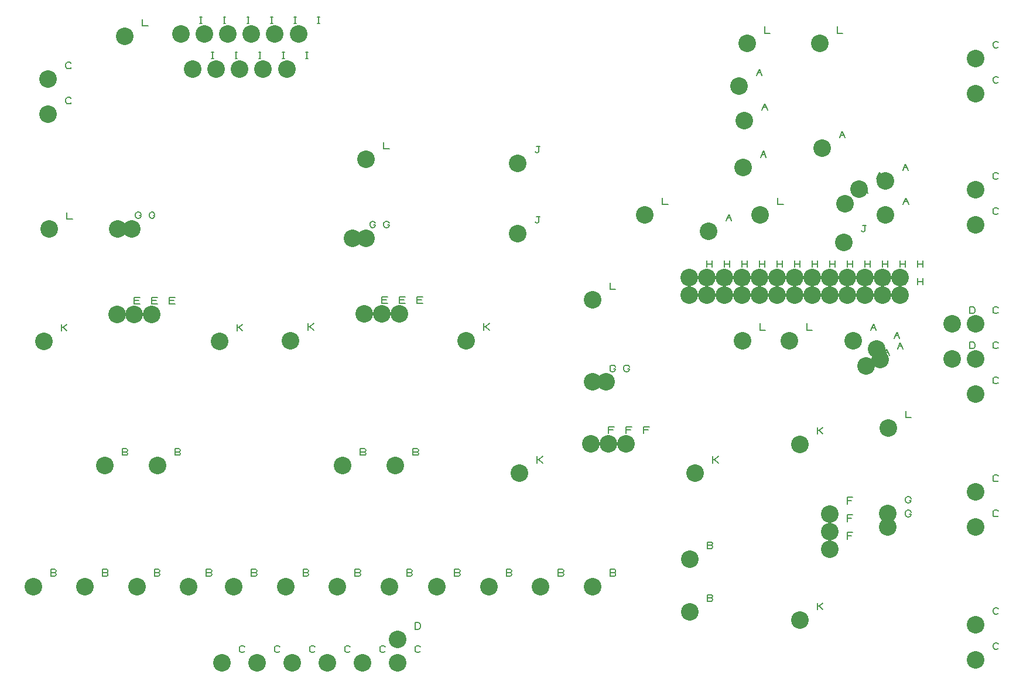
<source format=gbr>
%FSLAX23Y23*%
%MOIN*%
G04 EasyPC Gerber Version 17.0 Build 3379 *
%ADD80C,0.00500*%
%ADD127C,0.10000*%
X0Y0D02*
D02*
D80*
X360Y793D02*
X366Y789D01*
X369Y783*
X366Y777*
X360Y774*
X338*
Y811*
X360*
X366Y808*
X369Y802*
X366Y796*
X360Y793*
X338*
X399Y2169D02*
Y2207D01*
Y2188D02*
X408D01*
X430Y2207*
X408Y2188D02*
X430Y2169D01*
X454Y3468D02*
X451Y3464D01*
X444Y3461*
X435*
X429Y3464*
X426Y3468*
X422Y3474*
Y3486*
X426Y3493*
X429Y3496*
X435Y3499*
X444*
X451Y3496*
X454Y3493*
Y3668D02*
X451Y3664D01*
X444Y3661*
X435*
X429Y3664*
X426Y3668*
X422Y3674*
Y3686*
X426Y3693*
X429Y3696*
X435Y3699*
X444*
X451Y3696*
X454Y3693*
X430Y2844D02*
Y2807D01*
X462*
X655Y793D02*
X661Y789D01*
X664Y783*
X661Y777*
X655Y774*
X633*
Y811*
X655*
X661Y808*
X664Y802*
X661Y796*
X655Y793*
X633*
X767Y1479D02*
X773Y1476D01*
X776Y1470*
X773Y1464*
X767Y1461*
X745*
Y1498*
X767*
X773Y1495*
X776Y1489*
X773Y1482*
X767Y1479*
X745*
X814Y2323D02*
Y2360D01*
X846*
X839Y2341D02*
X814D01*
Y2323D02*
X846D01*
X842Y2825D02*
X851D01*
Y2821*
X848Y2815*
X845Y2812*
X839Y2809*
X833*
X826Y2812*
X823Y2815*
X820Y2821*
Y2834*
X823Y2840*
X826Y2843*
X833Y2846*
X839*
X845Y2843*
X848Y2840*
X851Y2834*
X859Y3943D02*
Y3905D01*
X891*
X921Y2825D02*
X930D01*
Y2821*
X927Y2815*
X924Y2812*
X918Y2809*
X911*
X905Y2812*
X902Y2815*
X899Y2821*
Y2834*
X902Y2840*
X905Y2843*
X911Y2846*
X918*
X924Y2843*
X927Y2840*
X930Y2834*
X914Y2323D02*
Y2360D01*
X946*
X939Y2341D02*
X914D01*
Y2323D02*
X946D01*
X950Y793D02*
X956Y789D01*
X960Y783*
X956Y777*
X950Y774*
X928*
Y811*
X950*
X956Y808*
X960Y802*
X956Y796*
X950Y793*
X928*
X1014Y2323D02*
Y2360D01*
X1046*
X1040Y2341D02*
X1014D01*
Y2323D02*
X1046D01*
X1067Y1479D02*
X1073Y1476D01*
X1076Y1470*
X1073Y1464*
X1067Y1461*
X1045*
Y1498*
X1067*
X1073Y1495*
X1076Y1489*
X1073Y1482*
X1067Y1479*
X1045*
X1187Y3919D02*
X1199D01*
X1193D02*
Y3956D01*
X1187D02*
X1199D01*
X1245Y793D02*
X1252Y789D01*
X1255Y783*
X1252Y777*
X1245Y774*
X1224*
Y811*
X1245*
X1252Y808*
X1255Y802*
X1252Y796*
X1245Y793*
X1224*
X1254Y3719D02*
X1266D01*
X1260D02*
Y3756D01*
X1254D02*
X1266D01*
X1321Y3919D02*
X1333D01*
X1327D02*
Y3956D01*
X1321D02*
X1333D01*
X1388Y3719D02*
X1400D01*
X1394D02*
Y3756D01*
X1388D02*
X1400D01*
X1399Y2169D02*
Y2207D01*
Y2188D02*
X1408D01*
X1430Y2207*
X1408Y2188D02*
X1430Y2169D01*
X1442Y345D02*
X1439Y342D01*
X1432Y338*
X1423*
X1417Y342*
X1414Y345*
X1411Y351*
Y363*
X1414Y370*
X1417Y373*
X1423Y376*
X1432*
X1439Y373*
X1442Y370*
X1455Y3919D02*
X1467D01*
X1461D02*
Y3956D01*
X1455D02*
X1467D01*
X1501Y793D02*
X1508Y789D01*
X1511Y783*
X1508Y777*
X1501Y774*
X1479*
Y811*
X1501*
X1508Y808*
X1511Y802*
X1508Y796*
X1501Y793*
X1479*
X1522Y3719D02*
X1534D01*
X1528D02*
Y3756D01*
X1522D02*
X1534D01*
X1589Y3919D02*
X1601D01*
X1595D02*
Y3956D01*
X1589D02*
X1601D01*
X1642Y345D02*
X1639Y342D01*
X1632Y338*
X1623*
X1617Y342*
X1614Y345*
X1611Y351*
Y363*
X1614Y370*
X1617Y373*
X1623Y376*
X1632*
X1639Y373*
X1642Y370*
X1656Y3719D02*
X1668D01*
X1662D02*
Y3756D01*
X1656D02*
X1668D01*
X1723Y3919D02*
X1735D01*
X1729D02*
Y3956D01*
X1723D02*
X1735D01*
X1797Y793D02*
X1803Y789D01*
X1806Y783*
X1803Y777*
X1797Y774*
X1775*
Y811*
X1797*
X1803Y808*
X1806Y802*
X1803Y796*
X1797Y793*
X1775*
X1790Y3719D02*
X1802D01*
X1796D02*
Y3756D01*
X1790D02*
X1802D01*
X1804Y2173D02*
Y2211D01*
Y2192D02*
X1814D01*
X1836Y2211*
X1814Y2192D02*
X1836Y2173D01*
X1842Y345D02*
X1839Y342D01*
X1832Y338*
X1823*
X1817Y342*
X1814Y345*
X1811Y351*
Y363*
X1814Y370*
X1817Y373*
X1823Y376*
X1832*
X1839Y373*
X1842Y370*
X1857Y3919D02*
X1869D01*
X1863D02*
Y3956D01*
X1857D02*
X1869D01*
X2042Y345D02*
X2039Y342D01*
X2032Y338*
X2023*
X2017Y342*
X2014Y345*
X2011Y351*
Y363*
X2014Y370*
X2017Y373*
X2023Y376*
X2032*
X2039Y373*
X2042Y370*
X2092Y793D02*
X2098Y789D01*
X2101Y783*
X2098Y777*
X2092Y774*
X2070*
Y811*
X2092*
X2098Y808*
X2101Y802*
X2098Y796*
X2092Y793*
X2070*
X2121Y1479D02*
X2128Y1476D01*
X2131Y1470*
X2128Y1464*
X2121Y1461*
X2100*
Y1498*
X2121*
X2128Y1495*
X2131Y1489*
X2128Y1482*
X2121Y1479*
X2100*
X2177Y2771D02*
X2186D01*
Y2768*
X2183Y2762*
X2180Y2759*
X2173Y2756*
X2167*
X2161Y2759*
X2158Y2762*
X2155Y2768*
Y2781*
X2158Y2787*
X2161Y2790*
X2167Y2793*
X2173*
X2180Y2790*
X2183Y2787*
X2186Y2781*
X2242Y345D02*
X2239Y342D01*
X2232Y338*
X2223*
X2217Y342*
X2214Y345*
X2211Y351*
Y363*
X2214Y370*
X2217Y373*
X2223Y376*
X2232*
X2239Y373*
X2242Y370*
X2224Y2327D02*
Y2364D01*
X2255*
X2249Y2345D02*
X2224D01*
Y2327D02*
X2255D01*
X2255Y2771D02*
X2265D01*
Y2768*
X2262Y2762*
X2258Y2759*
X2252Y2756*
X2246*
X2240Y2759*
X2237Y2762*
X2233Y2768*
Y2781*
X2237Y2787*
X2240Y2790*
X2246Y2793*
X2252*
X2258Y2790*
X2262Y2787*
X2265Y2781*
X2233Y3242D02*
Y3205D01*
X2265*
X2324Y2327D02*
Y2364D01*
X2355*
X2349Y2345D02*
X2324D01*
Y2327D02*
X2355D01*
X2387Y793D02*
X2393Y789D01*
X2397Y783*
X2393Y777*
X2387Y774*
X2365*
Y811*
X2387*
X2393Y808*
X2397Y802*
X2393Y796*
X2387Y793*
X2365*
X2421Y1479D02*
X2428Y1476D01*
X2431Y1470*
X2428Y1464*
X2421Y1461*
X2400*
Y1498*
X2421*
X2428Y1495*
X2431Y1489*
X2428Y1482*
X2421Y1479*
X2400*
X2442Y345D02*
X2439Y342D01*
X2432Y338*
X2423*
X2417Y342*
X2414Y345*
X2411Y351*
Y363*
X2414Y370*
X2417Y373*
X2423Y376*
X2432*
X2439Y373*
X2442Y370*
X2411Y470D02*
Y508D01*
X2429*
X2436Y505*
X2439Y501*
X2442Y495*
Y483*
X2439Y476*
X2436Y473*
X2429Y470*
X2411*
X2424Y2327D02*
Y2364D01*
X2455*
X2449Y2345D02*
X2424D01*
Y2327D02*
X2455D01*
X2659Y793D02*
X2665Y789D01*
X2668Y783*
X2665Y777*
X2659Y774*
X2637*
Y811*
X2659*
X2665Y808*
X2668Y802*
X2665Y796*
X2659Y793*
X2637*
X2804Y2173D02*
Y2211D01*
Y2192D02*
X2814D01*
X2836Y2211*
X2814Y2192D02*
X2836Y2173D01*
X2954Y793D02*
X2960Y789D01*
X2963Y783*
X2960Y777*
X2954Y774*
X2932*
Y811*
X2954*
X2960Y808*
X2963Y802*
X2960Y796*
X2954Y793*
X2932*
X3097Y2789D02*
X3100Y2786D01*
X3106Y2783*
X3113Y2786*
X3116Y2789*
Y2820*
X3122*
X3116D02*
X3103D01*
X3097Y3189D02*
X3100Y3186D01*
X3106Y3183*
X3113Y3186*
X3116Y3189*
Y3220*
X3122*
X3116D02*
X3103D01*
X3107Y1417D02*
Y1455D01*
Y1436D02*
X3117D01*
X3139Y1455*
X3117Y1436D02*
X3139Y1417D01*
X3249Y793D02*
X3256Y789D01*
X3259Y783*
X3256Y777*
X3249Y774*
X3227*
Y811*
X3249*
X3256Y808*
X3259Y802*
X3256Y796*
X3249Y793*
X3227*
X3514Y1587D02*
Y1624D01*
X3545*
X3539Y1605D02*
X3514D01*
X3543Y1953D02*
X3552D01*
Y1949*
X3549Y1943*
X3546Y1940*
X3540Y1937*
X3533*
X3527Y1940*
X3524Y1943*
X3521Y1949*
Y1962*
X3524Y1968*
X3527Y1971*
X3533Y1974*
X3540*
X3546Y1971*
X3549Y1968*
X3552Y1962*
X3521Y2443D02*
Y2405D01*
X3552*
X3545Y793D02*
X3551Y789D01*
X3554Y783*
X3551Y777*
X3545Y774*
X3523*
Y811*
X3545*
X3551Y808*
X3554Y802*
X3551Y796*
X3545Y793*
X3523*
X3621Y1953D02*
X3631D01*
Y1949*
X3628Y1943*
X3625Y1940*
X3618Y1937*
X3612*
X3606Y1940*
X3603Y1943*
X3600Y1949*
Y1962*
X3603Y1968*
X3606Y1971*
X3612Y1974*
X3618*
X3625Y1971*
X3628Y1968*
X3631Y1962*
X3614Y1587D02*
Y1624D01*
X3645*
X3639Y1605D02*
X3614D01*
X3714Y1587D02*
Y1624D01*
X3745*
X3739Y1605D02*
X3714D01*
X3820Y2927D02*
Y2890D01*
X3851*
X4073Y2431D02*
Y2469D01*
Y2450D02*
X4104D01*
Y2431D02*
Y2469D01*
X4073Y2531D02*
Y2569D01*
Y2550D02*
X4104D01*
Y2531D02*
Y2569D01*
X4098Y649D02*
X4104Y645D01*
X4107Y639*
X4104Y633*
X4098Y630*
X4076*
Y667*
X4098*
X4104Y664*
X4107Y658*
X4104Y652*
X4098Y649*
X4076*
X4098Y949D02*
X4104Y945D01*
X4107Y939*
X4104Y933*
X4098Y930*
X4076*
Y967*
X4098*
X4104Y964*
X4107Y958*
X4104Y952*
X4098Y949*
X4076*
X4107Y1417D02*
Y1455D01*
Y1436D02*
X4117D01*
X4139Y1455*
X4117Y1436D02*
X4139Y1417D01*
X4173Y2431D02*
Y2469D01*
Y2450D02*
X4204D01*
Y2431D02*
Y2469D01*
X4173Y2531D02*
Y2569D01*
Y2550D02*
X4204D01*
Y2531D02*
Y2569D01*
X4183Y2796D02*
X4198Y2834D01*
X4214Y2796*
X4189Y2812D02*
X4208D01*
X4273Y2431D02*
Y2469D01*
Y2450D02*
X4304D01*
Y2431D02*
Y2469D01*
X4273Y2531D02*
Y2569D01*
Y2550D02*
X4304D01*
Y2531D02*
Y2569D01*
X4355Y3622D02*
X4371Y3659D01*
X4387Y3622*
X4362Y3638D02*
X4380D01*
X4373Y2431D02*
Y2469D01*
Y2450D02*
X4404D01*
Y2431D02*
Y2469D01*
X4373Y2531D02*
Y2569D01*
Y2550D02*
X4404D01*
Y2531D02*
Y2569D01*
X4375Y2211D02*
Y2173D01*
X4406*
X4379Y3157D02*
X4395Y3195D01*
X4410Y3157*
X4385Y3173D02*
X4404D01*
X4387Y3425D02*
X4403Y3463D01*
X4418Y3425*
X4393Y3441D02*
X4412D01*
X4403Y3902D02*
Y3864D01*
X4434*
X4473Y2431D02*
Y2469D01*
Y2450D02*
X4504D01*
Y2431D02*
Y2469D01*
X4473Y2531D02*
Y2569D01*
Y2550D02*
X4504D01*
Y2531D02*
Y2569D01*
X4477Y2925D02*
Y2888D01*
X4509*
X4573Y2431D02*
Y2469D01*
Y2450D02*
X4604D01*
Y2431D02*
Y2469D01*
X4573Y2531D02*
Y2569D01*
Y2550D02*
X4604D01*
Y2531D02*
Y2569D01*
X4643Y2211D02*
Y2173D01*
X4674*
X4673Y2431D02*
Y2469D01*
Y2450D02*
X4704D01*
Y2431D02*
Y2469D01*
X4673Y2531D02*
Y2569D01*
Y2550D02*
X4704D01*
Y2531D02*
Y2569D01*
X4702Y583D02*
Y620D01*
Y601D02*
X4711D01*
X4733Y620*
X4711Y601D02*
X4733Y583D01*
X4702Y1583D02*
Y1620D01*
Y1601D02*
X4711D01*
X4733Y1620*
X4711Y1601D02*
X4733Y1583D01*
X4773Y2431D02*
Y2469D01*
Y2450D02*
X4804D01*
Y2431D02*
Y2469D01*
X4773Y2531D02*
Y2569D01*
Y2550D02*
X4804D01*
Y2531D02*
Y2569D01*
X4816Y3902D02*
Y3864D01*
X4847*
X4828Y3268D02*
X4844Y3305D01*
X4859Y3268*
X4834Y3283D02*
X4853D01*
X4871Y984D02*
Y1022D01*
X4902*
X4896Y1003D02*
X4871D01*
Y1084D02*
Y1122D01*
X4902*
X4896Y1103D02*
X4871D01*
Y1184D02*
Y1222D01*
X4902*
X4896Y1203D02*
X4871D01*
X4873Y2431D02*
Y2469D01*
Y2450D02*
X4904D01*
Y2431D02*
Y2469D01*
X4873Y2531D02*
Y2569D01*
Y2550D02*
X4904D01*
Y2531D02*
Y2569D01*
X4954Y2738D02*
X4957Y2735D01*
X4963Y2732*
X4969Y2735*
X4973Y2738*
Y2770*
X4979*
X4973D02*
X4960D01*
X4958Y2953D02*
X4973Y2990D01*
X4989Y2953*
X4964Y2968D02*
X4983D01*
X4973Y2431D02*
Y2469D01*
Y2450D02*
X5004D01*
Y2431D02*
Y2469D01*
X4973Y2531D02*
Y2569D01*
Y2550D02*
X5004D01*
Y2531D02*
Y2569D01*
X5005Y2171D02*
X5021Y2209D01*
X5036Y2171*
X5011Y2187D02*
X5030D01*
X5040Y3035D02*
X5056Y3073D01*
X5072Y3035*
X5047Y3051D02*
X5065D01*
X5073Y2431D02*
Y2469D01*
Y2450D02*
X5104D01*
Y2431D02*
Y2469D01*
X5073Y2531D02*
Y2569D01*
Y2550D02*
X5104D01*
Y2531D02*
Y2569D01*
X5080Y2029D02*
X5095Y2067D01*
X5111Y2029*
X5086Y2045D02*
X5105D01*
X5139Y2127D02*
X5155Y2164D01*
X5170Y2127*
X5145Y2142D02*
X5164D01*
X5159Y2067D02*
X5174Y2104D01*
X5190Y2067*
X5165Y2082D02*
X5184D01*
X5173Y2431D02*
Y2469D01*
Y2450D02*
X5204D01*
Y2431D02*
Y2469D01*
X5173Y2531D02*
Y2569D01*
Y2550D02*
X5204D01*
Y2531D02*
Y2569D01*
X5188Y3083D02*
X5204Y3120D01*
X5219Y3083*
X5194Y3098D02*
X5213D01*
X5190Y2890D02*
X5206Y2927D01*
X5221Y2890*
X5196Y2905D02*
X5215D01*
X5226Y1126D02*
X5235D01*
Y1123*
X5232Y1116*
X5229Y1113*
X5223Y1110*
X5217*
X5210Y1113*
X5207Y1116*
X5204Y1123*
Y1135*
X5207Y1141*
X5210Y1145*
X5217Y1148*
X5223*
X5229Y1145*
X5232Y1141*
X5235Y1135*
X5226Y1204D02*
X5235D01*
Y1201*
X5232Y1195*
X5229Y1192*
X5223Y1189*
X5217*
X5210Y1192*
X5207Y1195*
X5204Y1201*
Y1214*
X5207Y1220*
X5210Y1223*
X5217Y1226*
X5223*
X5229Y1223*
X5232Y1220*
X5235Y1214*
X5206Y1714D02*
Y1676D01*
X5237*
X5273Y2431D02*
Y2469D01*
Y2450D02*
X5304D01*
Y2431D02*
Y2469D01*
X5273Y2531D02*
Y2569D01*
Y2550D02*
X5304D01*
Y2531D02*
Y2569D01*
X5569Y2068D02*
Y2105D01*
X5588*
X5594Y2102*
X5597Y2099*
X5600Y2093*
Y2080*
X5597Y2074*
X5594Y2071*
X5588Y2068*
X5569*
X5569Y2268D02*
Y2305D01*
X5588*
X5594Y2302*
X5597Y2299*
X5600Y2293*
Y2280*
X5597Y2274*
X5594Y2271*
X5588Y2268*
X5569*
X5732Y1117D02*
X5729Y1114D01*
X5723Y1111*
X5713*
X5707Y1114*
X5704Y1117*
X5701Y1123*
Y1136*
X5704Y1142*
X5707Y1145*
X5713Y1148*
X5723*
X5729Y1145*
X5732Y1142*
Y1317D02*
X5729Y1314D01*
X5723Y1311*
X5713*
X5707Y1314*
X5704Y1317*
X5701Y1323*
Y1336*
X5704Y1342*
X5707Y1345*
X5713Y1348*
X5723*
X5729Y1345*
X5732Y1342*
Y1874D02*
X5729Y1871D01*
X5723Y1868*
X5713*
X5707Y1871*
X5704Y1874*
X5701Y1880*
Y1893*
X5704Y1899*
X5707Y1902*
X5713Y1905*
X5723*
X5729Y1902*
X5732Y1899*
Y2074D02*
X5729Y2071D01*
X5723Y2068*
X5713*
X5707Y2071*
X5704Y2074*
X5701Y2080*
Y2093*
X5704Y2099*
X5707Y2102*
X5713Y2105*
X5723*
X5729Y2102*
X5732Y2099*
Y2274D02*
X5729Y2271D01*
X5723Y2268*
X5713*
X5707Y2271*
X5704Y2274*
X5701Y2280*
Y2293*
X5704Y2299*
X5707Y2302*
X5713Y2305*
X5723*
X5729Y2302*
X5732Y2299*
Y2838D02*
X5729Y2835D01*
X5723Y2831*
X5713*
X5707Y2835*
X5704Y2838*
X5701Y2844*
Y2856*
X5704Y2863*
X5707Y2866*
X5713Y2869*
X5723*
X5729Y2866*
X5732Y2863*
Y3038D02*
X5729Y3035D01*
X5723Y3031*
X5713*
X5707Y3035*
X5704Y3038*
X5701Y3044*
Y3056*
X5704Y3063*
X5707Y3066*
X5713Y3069*
X5723*
X5729Y3066*
X5732Y3063*
X5733Y361D02*
X5730Y358D01*
X5724Y355*
X5714*
X5708Y358*
X5705Y361*
X5702Y368*
Y380*
X5705Y386*
X5708Y389*
X5714Y393*
X5724*
X5730Y389*
X5733Y386*
Y561D02*
X5730Y558D01*
X5724Y555*
X5714*
X5708Y558*
X5705Y561*
X5702Y568*
Y580*
X5705Y586*
X5708Y589*
X5714Y593*
X5724*
X5730Y589*
X5733Y586*
Y3586D02*
X5730Y3583D01*
X5724Y3579*
X5714*
X5708Y3583*
X5705Y3586*
X5702Y3592*
Y3604*
X5705Y3611*
X5708Y3614*
X5714Y3617*
X5724*
X5730Y3614*
X5733Y3611*
Y3786D02*
X5730Y3783D01*
X5724Y3779*
X5714*
X5708Y3783*
X5705Y3786*
X5702Y3792*
Y3804*
X5705Y3811*
X5708Y3814*
X5714Y3817*
X5724*
X5730Y3814*
X5733Y3811*
D02*
D127*
X238Y714D03*
X299Y2110D03*
X322Y3402D03*
Y3602D03*
X330Y2748D03*
X533Y714D03*
X645Y1401D03*
X715Y2263D03*
X720Y2750D03*
X759Y3846D03*
X799Y2750D03*
X814Y2263D03*
X828Y714D03*
X914Y2263D03*
X945Y1401D03*
X1078Y3859D03*
X1124Y714D03*
X1145Y3659D03*
X1212Y3859D03*
X1279Y3659D03*
X1299Y2110D03*
X1311Y279D03*
X1346Y3859D03*
X1379Y714D03*
X1413Y3659D03*
X1480Y3859D03*
X1511Y279D03*
X1547Y3659D03*
X1614Y3859D03*
X1675Y714D03*
X1681Y3659D03*
X1704Y2114D03*
X1711Y279D03*
X1748Y3859D03*
X1911Y279D03*
X1970Y714D03*
X2000Y1401D03*
X2055Y2696D03*
X2111Y279D03*
X2124Y2267D03*
X2133Y2696D03*
Y3145D03*
X2224Y2267D03*
X2265Y714D03*
X2300Y1401D03*
X2311Y279D03*
Y411D03*
X2324Y2267D03*
X2537Y714D03*
X2704Y2114D03*
X2832Y714D03*
X2997Y2723D03*
Y3123D03*
X3007Y1358D03*
X3127Y714D03*
X3414Y1527D03*
X3421Y1878D03*
Y2346D03*
X3423Y714D03*
X3500Y1878D03*
X3514Y1527D03*
X3614D03*
X3720Y2830D03*
X3973Y2372D03*
Y2472D03*
X3976Y570D03*
Y870D03*
X4007Y1358D03*
X4073Y2372D03*
Y2472D03*
X4083Y2737D03*
X4173Y2372D03*
Y2472D03*
X4255Y3563D03*
X4273Y2372D03*
Y2472D03*
X4275Y2114D03*
X4279Y3098D03*
X4287Y3366D03*
X4303Y3805D03*
X4373Y2372D03*
Y2472D03*
X4377Y2829D03*
X4473Y2372D03*
Y2472D03*
X4543Y2114D03*
X4573Y2372D03*
Y2472D03*
X4602Y523D03*
Y1523D03*
X4673Y2372D03*
Y2472D03*
X4716Y3805D03*
X4728Y3208D03*
X4771Y925D03*
Y1025D03*
Y1125D03*
X4773Y2372D03*
Y2472D03*
X4854Y2673D03*
X4858Y2893D03*
X4873Y2372D03*
Y2472D03*
X4905Y2112D03*
X4940Y2976D03*
X4973Y2372D03*
Y2472D03*
X4980Y1970D03*
X5039Y2067D03*
X5059Y2007D03*
X5073Y2372D03*
Y2472D03*
X5088Y3023D03*
X5090Y2830D03*
X5104Y1051D03*
Y1129D03*
X5106Y1617D03*
X5173Y2372D03*
Y2472D03*
X5469Y2008D03*
X5469Y2208D03*
X5601Y1052D03*
Y1252D03*
Y1808D03*
Y2008D03*
Y2208D03*
Y2772D03*
Y2972D03*
X5602Y296D03*
Y496D03*
Y3520D03*
Y3720D03*
X0Y0D02*
M02*

</source>
